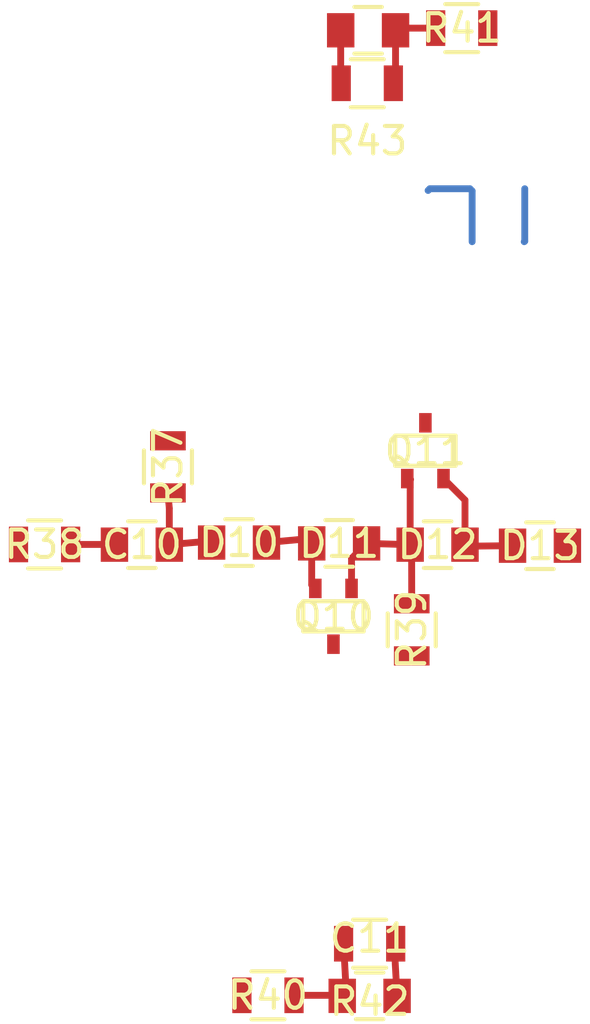
<source format=kicad_pcb>
(kicad_pcb (version 4) (host pcbnew "(2015-04-05 BZR 5577)-product")

  (general
    (links 25)
    (no_connects 8)
    (area 127.748019 98.93634 150.126786 124.84006)
    (thickness 1.6)
    (drawings 0)
    (tracks 43)
    (zones 0)
    (modules 16)
    (nets 10)
  )

  (page A4)
  (layers
    (0 F.Cu signal)
    (31 B.Cu signal hide)
    (32 B.Adhes user hide)
    (33 F.Adhes user hide)
    (34 B.Paste user hide)
    (35 F.Paste user hide)
    (36 B.SilkS user hide)
    (37 F.SilkS user hide)
    (38 B.Mask user hide)
    (39 F.Mask user hide)
    (40 Dwgs.User user hide)
    (41 Cmts.User user hide)
    (42 Eco1.User user hide)
    (43 Eco2.User user hide)
    (44 Edge.Cuts user hide)
    (45 Margin user hide)
    (46 B.CrtYd user hide)
    (47 F.CrtYd user hide)
    (48 B.Fab user hide)
    (49 F.Fab user hide)
  )

  (setup
    (last_trace_width 0.25)
    (trace_clearance 0.2)
    (zone_clearance 0.508)
    (zone_45_only no)
    (trace_min 0.2)
    (segment_width 0.01)
    (edge_width 0.1)
    (via_size 0.6)
    (via_drill 0.4)
    (via_min_size 0.4)
    (via_min_drill 0.3)
    (uvia_size 0.3)
    (uvia_drill 0.1)
    (uvias_allowed no)
    (uvia_min_size 0.2)
    (uvia_min_drill 0.1)
    (pcb_text_width 0.3)
    (pcb_text_size 0.5 0.5)
    (mod_edge_width 0.01)
    (mod_text_size 0.5 0.5)
    (mod_text_width 0.01)
    (pad_size 1.5 1.5)
    (pad_drill 0.6)
    (pad_to_mask_clearance 0)
    (aux_axis_origin 0 0)
    (visible_elements FFFFFB3F)
    (pcbplotparams
      (layerselection 0x00030_80000001)
      (usegerberextensions false)
      (excludeedgelayer true)
      (linewidth 0.100000)
      (plotframeref false)
      (viasonmask false)
      (mode 1)
      (useauxorigin false)
      (hpglpennumber 1)
      (hpglpenspeed 20)
      (hpglpendiameter 15)
      (hpglpenoverlay 2)
      (psnegative false)
      (psa4output false)
      (plotreference true)
      (plotvalue true)
      (plotinvisibletext false)
      (padsonsilk false)
      (subtractmaskfromsilk false)
      (outputformat 1)
      (mirror false)
      (drillshape 1)
      (scaleselection 1)
      (outputdirectory ""))
  )

  (net 0 "")
  (net 1 "Net-(C10-Pad1)")
  (net 2 "Net-(C10-Pad2)")
  (net 3 NQC_2)
  (net 4 "Net-(C11-Pad2)")
  (net 5 "Net-(C12-Pad1)")
  (net 6 QC_2)
  (net 7 GND)
  (net 8 "Net-(R37-Pad1)")
  (net 9 QC.1)

  (net_class Default "This is the default net class."
    (clearance 0.2)
    (trace_width 0.25)
    (via_dia 0.6)
    (via_drill 0.4)
    (uvia_dia 0.3)
    (uvia_drill 0.1)
    (add_net GND)
    (add_net NQC_2)
    (add_net "Net-(C10-Pad1)")
    (add_net "Net-(C10-Pad2)")
    (add_net "Net-(C11-Pad2)")
    (add_net "Net-(C12-Pad1)")
    (add_net "Net-(R37-Pad1)")
    (add_net QC.1)
    (add_net QC_2)
  )

  (module Capacitors_SMD:C_0805 (layer F.Cu) (tedit 55995832) (tstamp 5542C669)
    (at 133.1214 113.538 180)
    (descr "Capacitor SMD 0805, reflow soldering, AVX (see smccp.pdf)")
    (tags "capacitor 0805")
    (path /54C91464)
    (attr smd)
    (fp_text reference C10 (at 0 0 180) (layer F.SilkS)
      (effects (font (size 1 1) (thickness 0.15)))
    )
    (fp_text value 220 (at 0 2.1 180) (layer F.Fab) hide
      (effects (font (size 1 1) (thickness 0.15)))
    )
    (fp_line (start -1.8 -1) (end 1.8 -1) (layer F.CrtYd) (width 0.05))
    (fp_line (start -1.8 1) (end 1.8 1) (layer F.CrtYd) (width 0.05))
    (fp_line (start -1.8 -1) (end -1.8 1) (layer F.CrtYd) (width 0.05))
    (fp_line (start 1.8 -1) (end 1.8 1) (layer F.CrtYd) (width 0.05))
    (fp_line (start 0.5 -0.85) (end -0.5 -0.85) (layer F.SilkS) (width 0.15))
    (fp_line (start -0.5 0.85) (end 0.5 0.85) (layer F.SilkS) (width 0.15))
    (pad 1 smd rect (at -1 0 180) (size 1 1.25) (layers F.Cu F.Paste F.Mask)
      (net 1 "Net-(C10-Pad1)"))
    (pad 2 smd rect (at 1 0 180) (size 1 1.25) (layers F.Cu F.Paste F.Mask)
      (net 2 "Net-(C10-Pad2)"))
    (model Capacitors_SMD.3dshapes/C_0805.wrl
      (at (xyz 0 0 0))
      (scale (xyz 1 1 1))
      (rotate (xyz 0 0 0))
    )
  )

  (module Capacitors_SMD:C_0805 (layer F.Cu) (tedit 55995797) (tstamp 5542C675)
    (at 141.4272 129.97942)
    (descr "Capacitor SMD 0805, reflow soldering, AVX (see smccp.pdf)")
    (tags "capacitor 0805")
    (path /54C91473)
    (attr smd)
    (fp_text reference C11 (at 0 -2.1) (layer F.SilkS)
      (effects (font (size 1 1) (thickness 0.15)))
    )
    (fp_text value 220 (at 0 2.1) (layer F.Fab) hide
      (effects (font (size 1 1) (thickness 0.15)))
    )
    (fp_line (start -1.8 -1) (end 1.8 -1) (layer F.CrtYd) (width 0.05))
    (fp_line (start -1.8 1) (end 1.8 1) (layer F.CrtYd) (width 0.05))
    (fp_line (start -1.8 -1) (end -1.8 1) (layer F.CrtYd) (width 0.05))
    (fp_line (start 1.8 -1) (end 1.8 1) (layer F.CrtYd) (width 0.05))
    (fp_line (start 0.5 -0.85) (end -0.5 -0.85) (layer F.SilkS) (width 0.15))
    (fp_line (start -0.5 0.85) (end 0.5 0.85) (layer F.SilkS) (width 0.15))
    (pad 1 smd rect (at -1 0) (size 1 1.25) (layers F.Cu F.Paste F.Mask)
      (net 3 NQC_2))
    (pad 2 smd rect (at 1 0) (size 1 1.25) (layers F.Cu F.Paste F.Mask)
      (net 4 "Net-(C11-Pad2)"))
    (model Capacitors_SMD.3dshapes/C_0805.wrl
      (at (xyz 0 0 0))
      (scale (xyz 1 1 1))
      (rotate (xyz 0 0 0))
    )
  )

  (module Capacitors_SMD:C_0805 (layer F.Cu) (tedit 559957BA) (tstamp 5542C681)
    (at 141.37132 94.79534)
    (descr "Capacitor SMD 0805, reflow soldering, AVX (see smccp.pdf)")
    (tags "capacitor 0805")
    (path /54C91482)
    (attr smd)
    (fp_text reference C12 (at 0 -2.1) (layer F.SilkS)
      (effects (font (size 1 1) (thickness 0.15)))
    )
    (fp_text value 220 (at 0 2.1) (layer F.Fab) hide
      (effects (font (size 1 1) (thickness 0.15)))
    )
    (fp_line (start -1.8 -1) (end 1.8 -1) (layer F.CrtYd) (width 0.05))
    (fp_line (start -1.8 1) (end 1.8 1) (layer F.CrtYd) (width 0.05))
    (fp_line (start -1.8 -1) (end -1.8 1) (layer F.CrtYd) (width 0.05))
    (fp_line (start 1.8 -1) (end 1.8 1) (layer F.CrtYd) (width 0.05))
    (fp_line (start 0.5 -0.85) (end -0.5 -0.85) (layer F.SilkS) (width 0.15))
    (fp_line (start -0.5 0.85) (end 0.5 0.85) (layer F.SilkS) (width 0.15))
    (pad 1 smd rect (at -1 0) (size 1 1.25) (layers F.Cu F.Paste F.Mask)
      (net 5 "Net-(C12-Pad1)"))
    (pad 2 smd rect (at 1 0) (size 1 1.25) (layers F.Cu F.Paste F.Mask)
      (net 6 QC_2))
    (model Capacitors_SMD.3dshapes/C_0805.wrl
      (at (xyz 0 0 0))
      (scale (xyz 1 1 1))
      (rotate (xyz 0 0 0))
    )
  )

  (module Capacitors_SMD:C_0805 (layer F.Cu) (tedit 55995836) (tstamp 5542C68D)
    (at 136.6647 113.4618 180)
    (descr "Capacitor SMD 0805, reflow soldering, AVX (see smccp.pdf)")
    (tags "capacitor 0805")
    (path /54C90A76)
    (attr smd)
    (fp_text reference D10 (at 0 0 180) (layer F.SilkS)
      (effects (font (size 1 1) (thickness 0.15)))
    )
    (fp_text value DIODE (at 0 2.1 180) (layer F.Fab) hide
      (effects (font (size 1 1) (thickness 0.15)))
    )
    (fp_line (start -1.8 -1) (end 1.8 -1) (layer F.CrtYd) (width 0.05))
    (fp_line (start -1.8 1) (end 1.8 1) (layer F.CrtYd) (width 0.05))
    (fp_line (start -1.8 -1) (end -1.8 1) (layer F.CrtYd) (width 0.05))
    (fp_line (start 1.8 -1) (end 1.8 1) (layer F.CrtYd) (width 0.05))
    (fp_line (start 0.5 -0.85) (end -0.5 -0.85) (layer F.SilkS) (width 0.15))
    (fp_line (start -0.5 0.85) (end 0.5 0.85) (layer F.SilkS) (width 0.15))
    (pad 1 smd rect (at -1 0 180) (size 1 1.25) (layers F.Cu F.Paste F.Mask)
      (net 5 "Net-(C12-Pad1)"))
    (pad 2 smd rect (at 1 0 180) (size 1 1.25) (layers F.Cu F.Paste F.Mask)
      (net 1 "Net-(C10-Pad1)"))
    (model Capacitors_SMD.3dshapes/C_0805.wrl
      (at (xyz 0 0 0))
      (scale (xyz 1 1 1))
      (rotate (xyz 0 0 0))
    )
  )

  (module Capacitors_SMD:C_0805 (layer F.Cu) (tedit 559958F8) (tstamp 5542C699)
    (at 140.31468 113.49228 180)
    (descr "Capacitor SMD 0805, reflow soldering, AVX (see smccp.pdf)")
    (tags "capacitor 0805")
    (path /54C90A85)
    (attr smd)
    (fp_text reference D11 (at 0 0 180) (layer F.SilkS)
      (effects (font (size 1 1) (thickness 0.15)))
    )
    (fp_text value DIODE (at 0 2.1 180) (layer F.Fab) hide
      (effects (font (size 1 1) (thickness 0.15)))
    )
    (fp_line (start -1.8 -1) (end 1.8 -1) (layer F.CrtYd) (width 0.05))
    (fp_line (start -1.8 1) (end 1.8 1) (layer F.CrtYd) (width 0.05))
    (fp_line (start -1.8 -1) (end -1.8 1) (layer F.CrtYd) (width 0.05))
    (fp_line (start 1.8 -1) (end 1.8 1) (layer F.CrtYd) (width 0.05))
    (fp_line (start 0.5 -0.85) (end -0.5 -0.85) (layer F.SilkS) (width 0.15))
    (fp_line (start -0.5 0.85) (end 0.5 0.85) (layer F.SilkS) (width 0.15))
    (pad 1 smd rect (at -1 0 180) (size 1 1.25) (layers F.Cu F.Paste F.Mask)
      (net 7 GND))
    (pad 2 smd rect (at 1 0 180) (size 1 1.25) (layers F.Cu F.Paste F.Mask)
      (net 5 "Net-(C12-Pad1)"))
    (model Capacitors_SMD.3dshapes/C_0805.wrl
      (at (xyz 0 0 0))
      (scale (xyz 1 1 1))
      (rotate (xyz 0 0 0))
    )
  )

  (module Capacitors_SMD:C_0805 (layer F.Cu) (tedit 55995816) (tstamp 5542C6A5)
    (at 143.9037 113.538)
    (descr "Capacitor SMD 0805, reflow soldering, AVX (see smccp.pdf)")
    (tags "capacitor 0805")
    (path /54C90A94)
    (attr smd)
    (fp_text reference D12 (at 0 0) (layer F.SilkS)
      (effects (font (size 1 1) (thickness 0.15)))
    )
    (fp_text value DIODE (at 0 2.1) (layer F.Fab) hide
      (effects (font (size 1 1) (thickness 0.15)))
    )
    (fp_line (start -1.8 -1) (end 1.8 -1) (layer F.CrtYd) (width 0.05))
    (fp_line (start -1.8 1) (end 1.8 1) (layer F.CrtYd) (width 0.05))
    (fp_line (start -1.8 -1) (end -1.8 1) (layer F.CrtYd) (width 0.05))
    (fp_line (start 1.8 -1) (end 1.8 1) (layer F.CrtYd) (width 0.05))
    (fp_line (start 0.5 -0.85) (end -0.5 -0.85) (layer F.SilkS) (width 0.15))
    (fp_line (start -0.5 0.85) (end 0.5 0.85) (layer F.SilkS) (width 0.15))
    (pad 1 smd rect (at -1 0) (size 1 1.25) (layers F.Cu F.Paste F.Mask)
      (net 7 GND))
    (pad 2 smd rect (at 1 0) (size 1 1.25) (layers F.Cu F.Paste F.Mask)
      (net 4 "Net-(C11-Pad2)"))
    (model Capacitors_SMD.3dshapes/C_0805.wrl
      (at (xyz 0 0 0))
      (scale (xyz 1 1 1))
      (rotate (xyz 0 0 0))
    )
  )

  (module Capacitors_SMD:C_0805 (layer F.Cu) (tedit 55995811) (tstamp 5542C6B1)
    (at 147.6375 113.5761)
    (descr "Capacitor SMD 0805, reflow soldering, AVX (see smccp.pdf)")
    (tags "capacitor 0805")
    (path /54C90AA3)
    (attr smd)
    (fp_text reference D13 (at 0 0) (layer F.SilkS)
      (effects (font (size 1 1) (thickness 0.15)))
    )
    (fp_text value DIODE (at 0 2.1) (layer F.Fab) hide
      (effects (font (size 1 1) (thickness 0.15)))
    )
    (fp_line (start -1.8 -1) (end 1.8 -1) (layer F.CrtYd) (width 0.05))
    (fp_line (start -1.8 1) (end 1.8 1) (layer F.CrtYd) (width 0.05))
    (fp_line (start -1.8 -1) (end -1.8 1) (layer F.CrtYd) (width 0.05))
    (fp_line (start 1.8 -1) (end 1.8 1) (layer F.CrtYd) (width 0.05))
    (fp_line (start 0.5 -0.85) (end -0.5 -0.85) (layer F.SilkS) (width 0.15))
    (fp_line (start -0.5 0.85) (end 0.5 0.85) (layer F.SilkS) (width 0.15))
    (pad 1 smd rect (at -1 0) (size 1 1.25) (layers F.Cu F.Paste F.Mask)
      (net 4 "Net-(C11-Pad2)"))
    (pad 2 smd rect (at 1 0) (size 1 1.25) (layers F.Cu F.Paste F.Mask)
      (net 1 "Net-(C10-Pad1)"))
    (model Capacitors_SMD.3dshapes/C_0805.wrl
      (at (xyz 0 0 0))
      (scale (xyz 1 1 1))
      (rotate (xyz 0 0 0))
    )
  )

  (module Transistors_SMD:sc70 (layer F.Cu) (tedit 5599590E) (tstamp 5542C6BD)
    (at 140.1064 116.14912 180)
    (descr "SC70 SOT323")
    (path /54C909E0)
    (attr smd)
    (fp_text reference Q10 (at 0 0 180) (layer F.SilkS)
      (effects (font (size 1 1) (thickness 0.15)))
    )
    (fp_text value 2N3904 (at 1.85 0.25 270) (layer F.Fab) hide
      (effects (font (size 1 1) (thickness 0.15)))
    )
    (fp_line (start -1.1 -0.55) (end -1.1 0.55) (layer F.SilkS) (width 0.15))
    (fp_line (start -1.1 0.55) (end 1.1 0.55) (layer F.SilkS) (width 0.15))
    (fp_line (start 1.1 0.55) (end 1.1 -0.55) (layer F.SilkS) (width 0.15))
    (fp_line (start 1.1 -0.55) (end -1.05 -0.55) (layer F.SilkS) (width 0.15))
    (fp_line (start -1.05 -0.55) (end -1.1 -0.55) (layer F.SilkS) (width 0.15))
    (pad 1 smd rect (at -0.6604 1.016 180) (size 0.4572 0.7112) (layers F.Cu F.Paste F.Mask)
      (net 7 GND))
    (pad 2 smd rect (at 0.6604 1.016 180) (size 0.4572 0.7112) (layers F.Cu F.Paste F.Mask)
      (net 5 "Net-(C12-Pad1)"))
    (pad 3 smd rect (at 0 -1.016 180) (size 0.4572 0.7112) (layers F.Cu F.Paste F.Mask)
      (net 3 NQC_2))
    (model Transistors_SMD.3dshapes/sc70.wrl
      (at (xyz 0 0 0))
      (scale (xyz 1 1 1))
      (rotate (xyz 0 0 0))
    )
  )

  (module Transistors_SMD:sc70 (layer F.Cu) (tedit 55995908) (tstamp 5542C6C9)
    (at 143.4592 110.11408)
    (descr "SC70 SOT323")
    (path /54C909CC)
    (attr smd)
    (fp_text reference Q11 (at 0 0) (layer F.SilkS)
      (effects (font (size 1 1) (thickness 0.15)))
    )
    (fp_text value 2N3904 (at -0.2794 0) (layer F.Fab) hide
      (effects (font (size 1 1) (thickness 0.15)))
    )
    (fp_line (start -1.1 -0.55) (end -1.1 0.55) (layer F.SilkS) (width 0.15))
    (fp_line (start -1.1 0.55) (end 1.1 0.55) (layer F.SilkS) (width 0.15))
    (fp_line (start 1.1 0.55) (end 1.1 -0.55) (layer F.SilkS) (width 0.15))
    (fp_line (start 1.1 -0.55) (end -1.05 -0.55) (layer F.SilkS) (width 0.15))
    (fp_line (start -1.05 -0.55) (end -1.1 -0.55) (layer F.SilkS) (width 0.15))
    (pad 1 smd rect (at -0.6604 1.016) (size 0.4572 0.7112) (layers F.Cu F.Paste F.Mask)
      (net 7 GND))
    (pad 2 smd rect (at 0.6604 1.016) (size 0.4572 0.7112) (layers F.Cu F.Paste F.Mask)
      (net 4 "Net-(C11-Pad2)"))
    (pad 3 smd rect (at 0 -1.016) (size 0.4572 0.7112) (layers F.Cu F.Paste F.Mask)
      (net 6 QC_2))
    (model Transistors_SMD.3dshapes/sc70.wrl
      (at (xyz 0 0 0))
      (scale (xyz 1 1 1))
      (rotate (xyz 0 0 0))
    )
  )

  (module Resistors_SMD:R_0805 (layer F.Cu) (tedit 55995821) (tstamp 5542C6D5)
    (at 134.07136 110.70336 270)
    (descr "Resistor SMD 0805, reflow soldering, Vishay (see dcrcw.pdf)")
    (tags "resistor 0805")
    (path /54C91C61)
    (attr smd)
    (fp_text reference R37 (at 0 0 270) (layer F.SilkS)
      (effects (font (size 1 1) (thickness 0.15)))
    )
    (fp_text value 100K (at 0 2.1 270) (layer F.Fab) hide
      (effects (font (size 1 1) (thickness 0.15)))
    )
    (fp_line (start -1.6 -1) (end 1.6 -1) (layer F.CrtYd) (width 0.05))
    (fp_line (start -1.6 1) (end 1.6 1) (layer F.CrtYd) (width 0.05))
    (fp_line (start -1.6 -1) (end -1.6 1) (layer F.CrtYd) (width 0.05))
    (fp_line (start 1.6 -1) (end 1.6 1) (layer F.CrtYd) (width 0.05))
    (fp_line (start 0.6 0.875) (end -0.6 0.875) (layer F.SilkS) (width 0.15))
    (fp_line (start -0.6 -0.875) (end 0.6 -0.875) (layer F.SilkS) (width 0.15))
    (pad 1 smd rect (at -0.95 0 270) (size 0.7 1.3) (layers F.Cu F.Paste F.Mask)
      (net 8 "Net-(R37-Pad1)"))
    (pad 2 smd rect (at 0.95 0 270) (size 0.7 1.3) (layers F.Cu F.Paste F.Mask)
      (net 1 "Net-(C10-Pad1)"))
    (model Resistors_SMD.3dshapes/R_0805.wrl
      (at (xyz 0 0 0))
      (scale (xyz 1 1 1))
      (rotate (xyz 0 0 0))
    )
  )

  (module Resistors_SMD:R_0805 (layer F.Cu) (tedit 5599582D) (tstamp 5542C6E1)
    (at 129.57302 113.53038)
    (descr "Resistor SMD 0805, reflow soldering, Vishay (see dcrcw.pdf)")
    (tags "resistor 0805")
    (path /54C91442)
    (attr smd)
    (fp_text reference R38 (at 0 0) (layer F.SilkS)
      (effects (font (size 1 1) (thickness 0.15)))
    )
    (fp_text value 10K (at 0 2.1) (layer Cmts.User) hide
      (effects (font (size 0.5 0.5) (thickness 0.01)))
    )
    (fp_line (start -1.6 -1) (end 1.6 -1) (layer F.CrtYd) (width 0.05))
    (fp_line (start -1.6 1) (end 1.6 1) (layer F.CrtYd) (width 0.05))
    (fp_line (start -1.6 -1) (end -1.6 1) (layer F.CrtYd) (width 0.05))
    (fp_line (start 1.6 -1) (end 1.6 1) (layer F.CrtYd) (width 0.05))
    (fp_line (start 0.6 0.875) (end -0.6 0.875) (layer F.SilkS) (width 0.15))
    (fp_line (start -0.6 -0.875) (end 0.6 -0.875) (layer F.SilkS) (width 0.15))
    (pad 1 smd rect (at -0.95 0) (size 0.7 1.3) (layers F.Cu F.Paste F.Mask)
      (net 9 QC.1))
    (pad 2 smd rect (at 0.95 0) (size 0.7 1.3) (layers F.Cu F.Paste F.Mask)
      (net 2 "Net-(C10-Pad2)"))
    (model Resistors_SMD.3dshapes/R_0805.wrl
      (at (xyz 0 0 0))
      (scale (xyz 1 1 1))
      (rotate (xyz 0 0 0))
    )
  )

  (module Resistors_SMD:R_0805 (layer F.Cu) (tedit 559958C3) (tstamp 5542C6ED)
    (at 142.96136 116.64188 90)
    (descr "Resistor SMD 0805, reflow soldering, Vishay (see dcrcw.pdf)")
    (tags "resistor 0805")
    (path /54C91455)
    (attr smd)
    (fp_text reference R39 (at 0 0 90) (layer F.SilkS)
      (effects (font (size 1 1) (thickness 0.15)))
    )
    (fp_text value 100K (at 0 2.1 90) (layer F.Fab) hide
      (effects (font (size 1 1) (thickness 0.15)))
    )
    (fp_line (start -1.6 -1) (end 1.6 -1) (layer F.CrtYd) (width 0.05))
    (fp_line (start -1.6 1) (end 1.6 1) (layer F.CrtYd) (width 0.05))
    (fp_line (start -1.6 -1) (end -1.6 1) (layer F.CrtYd) (width 0.05))
    (fp_line (start 1.6 -1) (end 1.6 1) (layer F.CrtYd) (width 0.05))
    (fp_line (start 0.6 0.875) (end -0.6 0.875) (layer F.SilkS) (width 0.15))
    (fp_line (start -0.6 -0.875) (end 0.6 -0.875) (layer F.SilkS) (width 0.15))
    (pad 1 smd rect (at -0.95 0 90) (size 0.7 1.3) (layers F.Cu F.Paste F.Mask)
      (net 1 "Net-(C10-Pad1)"))
    (pad 2 smd rect (at 0.95 0 90) (size 0.7 1.3) (layers F.Cu F.Paste F.Mask)
      (net 7 GND))
    (model Resistors_SMD.3dshapes/R_0805.wrl
      (at (xyz 0 0 0))
      (scale (xyz 1 1 1))
      (rotate (xyz 0 0 0))
    )
  )

  (module Resistors_SMD:R_0805 (layer F.Cu) (tedit 5599581C) (tstamp 5542C6F9)
    (at 137.7188 129.9591)
    (descr "Resistor SMD 0805, reflow soldering, Vishay (see dcrcw.pdf)")
    (tags "resistor 0805")
    (path /54C914AF)
    (attr smd)
    (fp_text reference R40 (at 0 0) (layer F.SilkS)
      (effects (font (size 1 1) (thickness 0.15)))
    )
    (fp_text value 10K (at 0 2.1) (layer Cmts.User) hide
      (effects (font (size 1 1) (thickness 0.15)))
    )
    (fp_line (start -1.6 -1) (end 1.6 -1) (layer F.CrtYd) (width 0.05))
    (fp_line (start -1.6 1) (end 1.6 1) (layer F.CrtYd) (width 0.05))
    (fp_line (start -1.6 -1) (end -1.6 1) (layer F.CrtYd) (width 0.05))
    (fp_line (start 1.6 -1) (end 1.6 1) (layer F.CrtYd) (width 0.05))
    (fp_line (start 0.6 0.875) (end -0.6 0.875) (layer F.SilkS) (width 0.15))
    (fp_line (start -0.6 -0.875) (end 0.6 -0.875) (layer F.SilkS) (width 0.15))
    (pad 1 smd rect (at -0.95 0) (size 0.7 1.3) (layers F.Cu F.Paste F.Mask)
      (net 8 "Net-(R37-Pad1)"))
    (pad 2 smd rect (at 0.95 0) (size 0.7 1.3) (layers F.Cu F.Paste F.Mask)
      (net 3 NQC_2))
    (model Resistors_SMD.3dshapes/R_0805.wrl
      (at (xyz 0 0 0))
      (scale (xyz 1 1 1))
      (rotate (xyz 0 0 0))
    )
  )

  (module Resistors_SMD:R_0805 (layer F.Cu) (tedit 55995D25) (tstamp 5542C705)
    (at 144.78508 94.7166 180)
    (descr "Resistor SMD 0805, reflow soldering, Vishay (see dcrcw.pdf)")
    (tags "resistor 0805")
    (path /54C91C5B)
    (attr smd)
    (fp_text reference R41 (at 0 0 180) (layer F.SilkS)
      (effects (font (size 1 1) (thickness 0.15)))
    )
    (fp_text value 10K (at 0 2.1 180) (layer F.Fab) hide
      (effects (font (size 1 1) (thickness 0.15)))
    )
    (fp_line (start -1.6 -1) (end 1.6 -1) (layer F.CrtYd) (width 0.05))
    (fp_line (start -1.6 1) (end 1.6 1) (layer F.CrtYd) (width 0.05))
    (fp_line (start -1.6 -1) (end -1.6 1) (layer F.CrtYd) (width 0.05))
    (fp_line (start 1.6 -1) (end 1.6 1) (layer F.CrtYd) (width 0.05))
    (fp_line (start 0.6 0.875) (end -0.6 0.875) (layer F.SilkS) (width 0.15))
    (fp_line (start -0.6 -0.875) (end 0.6 -0.875) (layer F.SilkS) (width 0.15))
    (pad 1 smd rect (at -0.95 0 180) (size 0.7 1.3) (layers F.Cu F.Paste F.Mask)
      (net 8 "Net-(R37-Pad1)"))
    (pad 2 smd rect (at 0.95 0 180) (size 0.7 1.3) (layers F.Cu F.Paste F.Mask)
      (net 6 QC_2))
    (model Resistors_SMD.3dshapes/R_0805.wrl
      (at (xyz 0 0 0))
      (scale (xyz 1 1 1))
      (rotate (xyz 0 0 0))
    )
  )

  (module Resistors_SMD:R_0805 (layer F.Cu) (tedit 559957D7) (tstamp 5542C711)
    (at 141.4272 128.0795 180)
    (descr "Resistor SMD 0805, reflow soldering, Vishay (see dcrcw.pdf)")
    (tags "resistor 0805")
    (path /54C91491)
    (attr smd)
    (fp_text reference R42 (at 0 -2.1 180) (layer F.SilkS)
      (effects (font (size 1 1) (thickness 0.15)))
    )
    (fp_text value 100K (at 0 2.1 180) (layer F.Fab) hide
      (effects (font (size 1 1) (thickness 0.15)))
    )
    (fp_line (start -1.6 -1) (end 1.6 -1) (layer F.CrtYd) (width 0.05))
    (fp_line (start -1.6 1) (end 1.6 1) (layer F.CrtYd) (width 0.05))
    (fp_line (start -1.6 -1) (end -1.6 1) (layer F.CrtYd) (width 0.05))
    (fp_line (start 1.6 -1) (end 1.6 1) (layer F.CrtYd) (width 0.05))
    (fp_line (start 0.6 0.875) (end -0.6 0.875) (layer F.SilkS) (width 0.15))
    (fp_line (start -0.6 -0.875) (end 0.6 -0.875) (layer F.SilkS) (width 0.15))
    (pad 1 smd rect (at -0.95 0 180) (size 0.7 1.3) (layers F.Cu F.Paste F.Mask)
      (net 4 "Net-(C11-Pad2)"))
    (pad 2 smd rect (at 0.95 0 180) (size 0.7 1.3) (layers F.Cu F.Paste F.Mask)
      (net 3 NQC_2))
    (model Resistors_SMD.3dshapes/R_0805.wrl
      (at (xyz 0 0 0))
      (scale (xyz 1 1 1))
      (rotate (xyz 0 0 0))
    )
  )

  (module Resistors_SMD:R_0805 (layer F.Cu) (tedit 559957AF) (tstamp 5542C71D)
    (at 141.34084 96.72574 180)
    (descr "Resistor SMD 0805, reflow soldering, Vishay (see dcrcw.pdf)")
    (tags "resistor 0805")
    (path /54C914A0)
    (attr smd)
    (fp_text reference R43 (at 0 -2.1 180) (layer F.SilkS)
      (effects (font (size 1 1) (thickness 0.15)))
    )
    (fp_text value 100K (at 0 2.1 180) (layer F.Fab) hide
      (effects (font (size 1 1) (thickness 0.15)))
    )
    (fp_line (start -1.6 -1) (end 1.6 -1) (layer F.CrtYd) (width 0.05))
    (fp_line (start -1.6 1) (end 1.6 1) (layer F.CrtYd) (width 0.05))
    (fp_line (start -1.6 -1) (end -1.6 1) (layer F.CrtYd) (width 0.05))
    (fp_line (start 1.6 -1) (end 1.6 1) (layer F.CrtYd) (width 0.05))
    (fp_line (start 0.6 0.875) (end -0.6 0.875) (layer F.SilkS) (width 0.15))
    (fp_line (start -0.6 -0.875) (end 0.6 -0.875) (layer F.SilkS) (width 0.15))
    (pad 1 smd rect (at -0.95 0 180) (size 0.7 1.3) (layers F.Cu F.Paste F.Mask)
      (net 6 QC_2))
    (pad 2 smd rect (at 0.95 0 180) (size 0.7 1.3) (layers F.Cu F.Paste F.Mask)
      (net 5 "Net-(C12-Pad1)"))
    (model Resistors_SMD.3dshapes/R_0805.wrl
      (at (xyz 0 0 0))
      (scale (xyz 1 1 1))
      (rotate (xyz 0 0 0))
    )
  )

  (segment (start 145.1635 100.64924) (end 145.08302 100.56876) (width 0.25) (layer B.Cu) (net 0) (tstamp 55995C53))
  (segment (start 145.1635 102.49916) (end 145.1635 100.64924) (width 0.25) (layer B.Cu) (net 0))
  (segment (start 143.6218 100.56876) (end 143.5583 100.63226) (width 0.25) (layer B.Cu) (net 0) (tstamp 55995C56))
  (segment (start 145.08302 100.56876) (end 143.6218 100.56876) (width 0.25) (layer B.Cu) (net 0))
  (segment (start 147.08302 102.47964) (end 147.0635 102.49916) (width 0.25) (layer B.Cu) (net 0) (tstamp 55995C50))
  (segment (start 147.08302 100.56876) (end 147.08302 102.47964) (width 0.25) (layer B.Cu) (net 0))
  (segment (start 134.1214 113.538) (end 135.60882 113.40592) (width 0.25) (layer F.Cu) (net 1) (status 10))
  (segment (start 135.60882 113.40592) (end 135.6647 113.4618) (width 0.25) (layer F.Cu) (net 1) (tstamp 5542CB8A) (status 30))
  (segment (start 134.1214 112.21292) (end 134.07136 111.65336) (width 0.25) (layer F.Cu) (net 1) (tstamp 554BEE86) (status 20))
  (segment (start 134.1214 113.538) (end 134.1214 112.21292) (width 0.25) (layer F.Cu) (net 1))
  (segment (start 132.06552 113.59388) (end 132.1214 113.538) (width 0.25) (layer F.Cu) (net 2) (tstamp 5542CBCD) (status 30))
  (segment (start 132.11378 113.53038) (end 132.1214 113.538) (width 0.25) (layer F.Cu) (net 2) (tstamp 554BEE83))
  (segment (start 130.52302 113.53038) (end 132.11378 113.53038) (width 0.25) (layer F.Cu) (net 2))
  (segment (start 140.4272 130.41706) (end 140.4272 129.97942) (width 0.25) (layer F.Cu) (net 3) (tstamp 5542D2A7))
  (segment (start 140.4772 128.0795) (end 140.58896 130.14118) (width 0.25) (layer F.Cu) (net 3) (status 10))
  (segment (start 140.58896 130.14118) (end 140.4272 129.97942) (width 0.25) (layer F.Cu) (net 3) (tstamp 5542CB1A) (status 30))
  (segment (start 140.40688 129.9591) (end 140.4272 129.97942) (width 0.25) (layer F.Cu) (net 3) (tstamp 554BEF76))
  (segment (start 138.6688 129.9591) (end 140.40688 129.9591) (width 0.25) (layer F.Cu) (net 3))
  (segment (start 144.0594 111.19028) (end 144.1196 111.13008) (width 0.25) (layer F.Cu) (net 4) (tstamp 5542D3D2) (status 30))
  (segment (start 146.6375 113.5761) (end 144.95958 113.59388) (width 0.25) (layer F.Cu) (net 4) (status 10))
  (segment (start 144.95958 113.59388) (end 144.9037 113.538) (width 0.25) (layer F.Cu) (net 4) (tstamp 5542CBC5) (status 30))
  (segment (start 142.4272 129.97942) (end 142.31544 128.01774) (width 0.25) (layer F.Cu) (net 4) (status 20))
  (segment (start 142.31544 128.01774) (end 142.3772 128.0795) (width 0.25) (layer F.Cu) (net 4) (tstamp 5542CB17) (status 30))
  (segment (start 144.9037 111.91418) (end 144.1196 111.13008) (width 0.25) (layer F.Cu) (net 4) (tstamp 55995ACF))
  (segment (start 144.9037 113.538) (end 144.9037 111.91418) (width 0.25) (layer F.Cu) (net 4))
  (segment (start 140.37132 94.79534) (end 140.37132 96.70622) (width 0.25) (layer F.Cu) (net 5))
  (segment (start 140.37132 96.70622) (end 140.39084 96.72574) (width 0.25) (layer F.Cu) (net 5) (tstamp 55995DF4))
  (segment (start 139.31468 113.49228) (end 139.31468 115.0018) (width 0.25) (layer F.Cu) (net 5))
  (segment (start 139.31468 115.0018) (end 139.446 115.13312) (width 0.25) (layer F.Cu) (net 5) (tstamp 5599542E))
  (segment (start 137.6647 113.4618) (end 139.14704 113.32464) (width 0.25) (layer F.Cu) (net 5) (status 10))
  (segment (start 139.14704 113.32464) (end 139.31468 113.49228) (width 0.25) (layer F.Cu) (net 5) (tstamp 5542CBC8))
  (segment (start 142.37132 94.79534) (end 142.37132 96.64526) (width 0.25) (layer F.Cu) (net 6))
  (segment (start 142.37132 96.64526) (end 142.29084 96.72574) (width 0.25) (layer F.Cu) (net 6) (tstamp 55995DF1))
  (segment (start 143.83508 94.7166) (end 142.45006 94.7166) (width 0.25) (layer F.Cu) (net 6))
  (segment (start 142.45006 94.7166) (end 142.37132 94.79534) (width 0.25) (layer F.Cu) (net 6) (tstamp 55995DEE))
  (segment (start 140.7668 115.13312) (end 140.7668 114.04016) (width 0.25) (layer F.Cu) (net 7))
  (segment (start 140.7668 114.04016) (end 141.31468 113.49228) (width 0.25) (layer F.Cu) (net 7) (tstamp 55995436))
  (segment (start 142.9037 113.538) (end 142.9037 111.17758) (width 0.25) (layer F.Cu) (net 7))
  (segment (start 142.91818 111.1631) (end 142.7988 111.13008) (width 0.25) (layer F.Cu) (net 7) (tstamp 5542D3D6) (status 20))
  (segment (start 142.9037 111.17758) (end 142.91818 111.1631) (width 0.25) (layer F.Cu) (net 7) (tstamp 5542D3D5))
  (segment (start 142.96136 115.69188) (end 142.95882 113.59312) (width 0.25) (layer F.Cu) (net 7) (status 10))
  (segment (start 142.95882 113.59312) (end 142.9037 113.538) (width 0.25) (layer F.Cu) (net 7) (tstamp 5542CBDD) (status 30))
  (segment (start 141.31468 113.49228) (end 142.9037 113.538) (width 0.25) (layer F.Cu) (net 7) (status 20))

)

</source>
